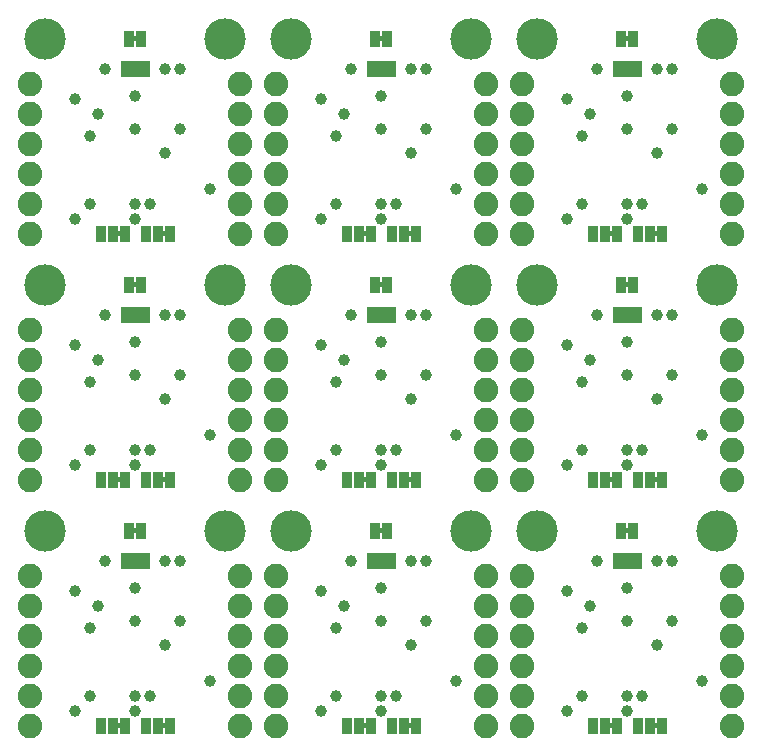
<source format=gbs>
G75*
%MOIN*%
%OFA0B0*%
%FSLAX25Y25*%
%IPPOS*%
%LPD*%
%AMOC8*
5,1,8,0,0,1.08239X$1,22.5*
%
%ADD10C,0.13800*%
%ADD11C,0.08200*%
%ADD12R,0.03300X0.05800*%
%ADD13C,0.00500*%
%ADD14C,0.03900*%
D10*
X0015060Y0074060D03*
X0075060Y0074060D03*
X0097060Y0074060D03*
X0157060Y0074060D03*
X0179060Y0074060D03*
X0239060Y0074060D03*
X0239060Y0156060D03*
X0179060Y0156060D03*
X0157060Y0156060D03*
X0097060Y0156060D03*
X0075060Y0156060D03*
X0015060Y0156060D03*
X0015060Y0238060D03*
X0075060Y0238060D03*
X0097060Y0238060D03*
X0157060Y0238060D03*
X0179060Y0238060D03*
X0239060Y0238060D03*
D11*
X0010060Y0009060D03*
X0010060Y0019060D03*
X0010060Y0029060D03*
X0010060Y0039060D03*
X0010060Y0049060D03*
X0010060Y0059060D03*
X0010060Y0091060D03*
X0010060Y0101060D03*
X0010060Y0111060D03*
X0010060Y0121060D03*
X0010060Y0131060D03*
X0010060Y0141060D03*
X0010060Y0173060D03*
X0010060Y0183060D03*
X0010060Y0193060D03*
X0010060Y0203060D03*
X0010060Y0213060D03*
X0010060Y0223060D03*
X0080060Y0223060D03*
X0080060Y0213060D03*
X0080060Y0203060D03*
X0080060Y0193060D03*
X0080060Y0183060D03*
X0080060Y0173060D03*
X0092060Y0173060D03*
X0092060Y0183060D03*
X0092060Y0193060D03*
X0092060Y0203060D03*
X0092060Y0213060D03*
X0092060Y0223060D03*
X0162060Y0223060D03*
X0162060Y0213060D03*
X0162060Y0203060D03*
X0162060Y0193060D03*
X0162060Y0183060D03*
X0162060Y0173060D03*
X0174060Y0173060D03*
X0174060Y0183060D03*
X0174060Y0193060D03*
X0174060Y0203060D03*
X0174060Y0213060D03*
X0174060Y0223060D03*
X0244060Y0223060D03*
X0244060Y0213060D03*
X0244060Y0203060D03*
X0244060Y0193060D03*
X0244060Y0183060D03*
X0244060Y0173060D03*
X0244060Y0141060D03*
X0244060Y0131060D03*
X0244060Y0121060D03*
X0244060Y0111060D03*
X0244060Y0101060D03*
X0244060Y0091060D03*
X0244060Y0059060D03*
X0244060Y0049060D03*
X0244060Y0039060D03*
X0244060Y0029060D03*
X0244060Y0019060D03*
X0244060Y0009060D03*
X0174060Y0009060D03*
X0174060Y0019060D03*
X0174060Y0029060D03*
X0174060Y0039060D03*
X0174060Y0049060D03*
X0174060Y0059060D03*
X0162060Y0059060D03*
X0162060Y0049060D03*
X0162060Y0039060D03*
X0162060Y0029060D03*
X0162060Y0019060D03*
X0162060Y0009060D03*
X0092060Y0009060D03*
X0092060Y0019060D03*
X0092060Y0029060D03*
X0092060Y0039060D03*
X0092060Y0049060D03*
X0092060Y0059060D03*
X0080060Y0059060D03*
X0080060Y0049060D03*
X0080060Y0039060D03*
X0080060Y0029060D03*
X0080060Y0019060D03*
X0080060Y0009060D03*
X0080060Y0091060D03*
X0080060Y0101060D03*
X0080060Y0111060D03*
X0080060Y0121060D03*
X0080060Y0131060D03*
X0080060Y0141060D03*
X0092060Y0141060D03*
X0092060Y0131060D03*
X0092060Y0121060D03*
X0092060Y0111060D03*
X0092060Y0101060D03*
X0092060Y0091060D03*
X0162060Y0091060D03*
X0162060Y0101060D03*
X0162060Y0111060D03*
X0162060Y0121060D03*
X0162060Y0131060D03*
X0162060Y0141060D03*
X0174060Y0141060D03*
X0174060Y0131060D03*
X0174060Y0121060D03*
X0174060Y0111060D03*
X0174060Y0101060D03*
X0174060Y0091060D03*
D12*
X0197560Y0091060D03*
X0201560Y0091060D03*
X0205560Y0091060D03*
X0212560Y0091060D03*
X0216560Y0091060D03*
X0220560Y0091060D03*
X0211060Y0074060D03*
X0207060Y0074060D03*
X0205860Y0064060D03*
X0209060Y0064060D03*
X0212260Y0064060D03*
X0212560Y0009060D03*
X0216560Y0009060D03*
X0220560Y0009060D03*
X0205560Y0009060D03*
X0201560Y0009060D03*
X0197560Y0009060D03*
X0138560Y0009060D03*
X0134560Y0009060D03*
X0130560Y0009060D03*
X0123560Y0009060D03*
X0119560Y0009060D03*
X0115560Y0009060D03*
X0123860Y0064060D03*
X0127060Y0064060D03*
X0130260Y0064060D03*
X0129060Y0074060D03*
X0125060Y0074060D03*
X0123560Y0091060D03*
X0119560Y0091060D03*
X0115560Y0091060D03*
X0130560Y0091060D03*
X0134560Y0091060D03*
X0138560Y0091060D03*
X0130260Y0146060D03*
X0127060Y0146060D03*
X0123860Y0146060D03*
X0125060Y0156060D03*
X0129060Y0156060D03*
X0130560Y0173060D03*
X0134560Y0173060D03*
X0138560Y0173060D03*
X0123560Y0173060D03*
X0119560Y0173060D03*
X0115560Y0173060D03*
X0123860Y0228060D03*
X0127060Y0228060D03*
X0130260Y0228060D03*
X0129060Y0238060D03*
X0125060Y0238060D03*
X0056560Y0173060D03*
X0052560Y0173060D03*
X0048560Y0173060D03*
X0041560Y0173060D03*
X0037560Y0173060D03*
X0033560Y0173060D03*
X0043060Y0156060D03*
X0047060Y0156060D03*
X0048260Y0146060D03*
X0045060Y0146060D03*
X0041860Y0146060D03*
X0041560Y0091060D03*
X0037560Y0091060D03*
X0033560Y0091060D03*
X0048560Y0091060D03*
X0052560Y0091060D03*
X0056560Y0091060D03*
X0047060Y0074060D03*
X0043060Y0074060D03*
X0041860Y0064060D03*
X0045060Y0064060D03*
X0048260Y0064060D03*
X0048560Y0009060D03*
X0052560Y0009060D03*
X0056560Y0009060D03*
X0041560Y0009060D03*
X0037560Y0009060D03*
X0033560Y0009060D03*
X0205860Y0146060D03*
X0209060Y0146060D03*
X0212260Y0146060D03*
X0211060Y0156060D03*
X0207060Y0156060D03*
X0205560Y0173060D03*
X0201560Y0173060D03*
X0197560Y0173060D03*
X0212560Y0173060D03*
X0216560Y0173060D03*
X0220560Y0173060D03*
X0212260Y0228060D03*
X0209060Y0228060D03*
X0205860Y0228060D03*
X0207060Y0238060D03*
X0211060Y0238060D03*
X0048260Y0228060D03*
X0045060Y0228060D03*
X0041860Y0228060D03*
X0043060Y0238060D03*
X0047060Y0238060D03*
D13*
X0045810Y0237862D02*
X0044310Y0237862D01*
X0044310Y0237560D02*
X0044310Y0238560D01*
X0045810Y0238560D01*
X0045810Y0237560D01*
X0044310Y0237560D01*
X0044310Y0238360D02*
X0045810Y0238360D01*
X0040310Y0173560D02*
X0038810Y0173560D01*
X0038810Y0172560D01*
X0040310Y0172560D01*
X0040310Y0173560D01*
X0040310Y0173554D02*
X0038810Y0173554D01*
X0038810Y0173055D02*
X0040310Y0173055D01*
X0053810Y0173055D02*
X0055310Y0173055D01*
X0055310Y0172560D02*
X0055310Y0173560D01*
X0053810Y0173560D01*
X0053810Y0172560D01*
X0055310Y0172560D01*
X0055310Y0173554D02*
X0053810Y0173554D01*
X0045810Y0156560D02*
X0044310Y0156560D01*
X0044310Y0155560D01*
X0045810Y0155560D01*
X0045810Y0156560D01*
X0045810Y0156106D02*
X0044310Y0156106D01*
X0044310Y0155607D02*
X0045810Y0155607D01*
X0040310Y0091560D02*
X0038810Y0091560D01*
X0038810Y0090560D01*
X0040310Y0090560D01*
X0040310Y0091560D01*
X0040310Y0091299D02*
X0038810Y0091299D01*
X0038810Y0090801D02*
X0040310Y0090801D01*
X0053810Y0090801D02*
X0055310Y0090801D01*
X0055310Y0090560D02*
X0055310Y0091560D01*
X0053810Y0091560D01*
X0053810Y0090560D01*
X0055310Y0090560D01*
X0055310Y0091299D02*
X0053810Y0091299D01*
X0045810Y0074560D02*
X0044310Y0074560D01*
X0044310Y0073560D01*
X0045810Y0073560D01*
X0045810Y0074560D01*
X0045810Y0074350D02*
X0044310Y0074350D01*
X0044310Y0073852D02*
X0045810Y0073852D01*
X0040310Y0009560D02*
X0038810Y0009560D01*
X0038810Y0008560D01*
X0040310Y0008560D01*
X0040310Y0009560D01*
X0040310Y0009544D02*
X0038810Y0009544D01*
X0038810Y0009045D02*
X0040310Y0009045D01*
X0053810Y0009045D02*
X0055310Y0009045D01*
X0055310Y0008560D02*
X0055310Y0009560D01*
X0053810Y0009560D01*
X0053810Y0008560D01*
X0055310Y0008560D01*
X0055310Y0009544D02*
X0053810Y0009544D01*
X0120810Y0009544D02*
X0122310Y0009544D01*
X0122310Y0009560D02*
X0120810Y0009560D01*
X0120810Y0008560D01*
X0122310Y0008560D01*
X0122310Y0009560D01*
X0122310Y0009045D02*
X0120810Y0009045D01*
X0135810Y0009045D02*
X0137310Y0009045D01*
X0137310Y0008560D02*
X0137310Y0009560D01*
X0135810Y0009560D01*
X0135810Y0008560D01*
X0137310Y0008560D01*
X0137310Y0009544D02*
X0135810Y0009544D01*
X0127810Y0073560D02*
X0127810Y0074560D01*
X0126310Y0074560D01*
X0126310Y0073560D01*
X0127810Y0073560D01*
X0127810Y0073852D02*
X0126310Y0073852D01*
X0126310Y0074350D02*
X0127810Y0074350D01*
X0122310Y0090560D02*
X0120810Y0090560D01*
X0120810Y0091560D01*
X0122310Y0091560D01*
X0122310Y0090560D01*
X0122310Y0090801D02*
X0120810Y0090801D01*
X0120810Y0091299D02*
X0122310Y0091299D01*
X0135810Y0091299D02*
X0137310Y0091299D01*
X0137310Y0091560D02*
X0135810Y0091560D01*
X0135810Y0090560D01*
X0137310Y0090560D01*
X0137310Y0091560D01*
X0137310Y0090801D02*
X0135810Y0090801D01*
X0127810Y0155560D02*
X0127810Y0156560D01*
X0126310Y0156560D01*
X0126310Y0155560D01*
X0127810Y0155560D01*
X0127810Y0155607D02*
X0126310Y0155607D01*
X0126310Y0156106D02*
X0127810Y0156106D01*
X0122310Y0172560D02*
X0120810Y0172560D01*
X0120810Y0173560D01*
X0122310Y0173560D01*
X0122310Y0172560D01*
X0122310Y0173055D02*
X0120810Y0173055D01*
X0120810Y0173554D02*
X0122310Y0173554D01*
X0135810Y0173560D02*
X0135810Y0172560D01*
X0137310Y0172560D01*
X0137310Y0173560D01*
X0135810Y0173560D01*
X0135810Y0173554D02*
X0137310Y0173554D01*
X0137310Y0173055D02*
X0135810Y0173055D01*
X0127810Y0237560D02*
X0127810Y0238560D01*
X0126310Y0238560D01*
X0126310Y0237560D01*
X0127810Y0237560D01*
X0127810Y0237862D02*
X0126310Y0237862D01*
X0126310Y0238360D02*
X0127810Y0238360D01*
X0202810Y0173560D02*
X0202810Y0172560D01*
X0204310Y0172560D01*
X0204310Y0173560D01*
X0202810Y0173560D01*
X0202810Y0173554D02*
X0204310Y0173554D01*
X0204310Y0173055D02*
X0202810Y0173055D01*
X0217810Y0173055D02*
X0219310Y0173055D01*
X0219310Y0172560D02*
X0219310Y0173560D01*
X0217810Y0173560D01*
X0217810Y0172560D01*
X0219310Y0172560D01*
X0219310Y0173554D02*
X0217810Y0173554D01*
X0209810Y0156560D02*
X0208310Y0156560D01*
X0208310Y0155560D01*
X0209810Y0155560D01*
X0209810Y0156560D01*
X0209810Y0156106D02*
X0208310Y0156106D01*
X0208310Y0155607D02*
X0209810Y0155607D01*
X0204310Y0091560D02*
X0202810Y0091560D01*
X0202810Y0090560D01*
X0204310Y0090560D01*
X0204310Y0091560D01*
X0204310Y0091299D02*
X0202810Y0091299D01*
X0202810Y0090801D02*
X0204310Y0090801D01*
X0217810Y0090801D02*
X0219310Y0090801D01*
X0219310Y0090560D02*
X0219310Y0091560D01*
X0217810Y0091560D01*
X0217810Y0090560D01*
X0219310Y0090560D01*
X0219310Y0091299D02*
X0217810Y0091299D01*
X0209810Y0074560D02*
X0208310Y0074560D01*
X0208310Y0073560D01*
X0209810Y0073560D01*
X0209810Y0074560D01*
X0209810Y0074350D02*
X0208310Y0074350D01*
X0208310Y0073852D02*
X0209810Y0073852D01*
X0204310Y0009560D02*
X0202810Y0009560D01*
X0202810Y0008560D01*
X0204310Y0008560D01*
X0204310Y0009560D01*
X0204310Y0009544D02*
X0202810Y0009544D01*
X0202810Y0009045D02*
X0204310Y0009045D01*
X0217810Y0009045D02*
X0219310Y0009045D01*
X0219310Y0008560D02*
X0219310Y0009560D01*
X0217810Y0009560D01*
X0217810Y0008560D01*
X0219310Y0008560D01*
X0219310Y0009544D02*
X0217810Y0009544D01*
X0209810Y0237560D02*
X0208310Y0237560D01*
X0208310Y0238560D01*
X0209810Y0238560D01*
X0209810Y0237560D01*
X0209810Y0237862D02*
X0208310Y0237862D01*
X0208310Y0238360D02*
X0209810Y0238360D01*
D14*
X0219060Y0228060D03*
X0224060Y0228060D03*
X0209060Y0219060D03*
X0209060Y0208060D03*
X0219060Y0200060D03*
X0224060Y0208060D03*
X0234060Y0188060D03*
X0214060Y0183060D03*
X0209060Y0183060D03*
X0209060Y0178060D03*
X0194060Y0183060D03*
X0189060Y0178060D03*
X0194060Y0205560D03*
X0196560Y0213060D03*
X0189060Y0218060D03*
X0199060Y0228060D03*
X0152060Y0188060D03*
X0137060Y0200060D03*
X0142060Y0208060D03*
X0127060Y0208060D03*
X0127060Y0219060D03*
X0137060Y0228060D03*
X0142060Y0228060D03*
X0117060Y0228060D03*
X0107060Y0218060D03*
X0114560Y0213060D03*
X0112060Y0205560D03*
X0112060Y0183060D03*
X0107060Y0178060D03*
X0127060Y0178060D03*
X0127060Y0183060D03*
X0132060Y0183060D03*
X0137060Y0146060D03*
X0142060Y0146060D03*
X0127060Y0137060D03*
X0127060Y0126060D03*
X0137060Y0118060D03*
X0142060Y0126060D03*
X0152060Y0106060D03*
X0132060Y0101060D03*
X0127060Y0101060D03*
X0127060Y0096060D03*
X0112060Y0101060D03*
X0107060Y0096060D03*
X0112060Y0123560D03*
X0114560Y0131060D03*
X0107060Y0136060D03*
X0117060Y0146060D03*
X0070060Y0106060D03*
X0055060Y0118060D03*
X0060060Y0126060D03*
X0045060Y0126060D03*
X0045060Y0137060D03*
X0055060Y0146060D03*
X0060060Y0146060D03*
X0035060Y0146060D03*
X0025060Y0136060D03*
X0032560Y0131060D03*
X0030060Y0123560D03*
X0030060Y0101060D03*
X0025060Y0096060D03*
X0045060Y0096060D03*
X0045060Y0101060D03*
X0050060Y0101060D03*
X0055060Y0064060D03*
X0060060Y0064060D03*
X0045060Y0055060D03*
X0045060Y0044060D03*
X0055060Y0036060D03*
X0060060Y0044060D03*
X0070060Y0024060D03*
X0050060Y0019060D03*
X0045060Y0019060D03*
X0045060Y0014060D03*
X0030060Y0019060D03*
X0025060Y0014060D03*
X0030060Y0041560D03*
X0032560Y0049060D03*
X0025060Y0054060D03*
X0035060Y0064060D03*
X0107060Y0054060D03*
X0114560Y0049060D03*
X0112060Y0041560D03*
X0127060Y0044060D03*
X0127060Y0055060D03*
X0137060Y0064060D03*
X0142060Y0064060D03*
X0142060Y0044060D03*
X0137060Y0036060D03*
X0152060Y0024060D03*
X0132060Y0019060D03*
X0127060Y0019060D03*
X0127060Y0014060D03*
X0112060Y0019060D03*
X0107060Y0014060D03*
X0117060Y0064060D03*
X0189060Y0054060D03*
X0196560Y0049060D03*
X0194060Y0041560D03*
X0209060Y0044060D03*
X0209060Y0055060D03*
X0219060Y0064060D03*
X0224060Y0064060D03*
X0224060Y0044060D03*
X0219060Y0036060D03*
X0234060Y0024060D03*
X0214060Y0019060D03*
X0209060Y0019060D03*
X0209060Y0014060D03*
X0194060Y0019060D03*
X0189060Y0014060D03*
X0199060Y0064060D03*
X0209060Y0096060D03*
X0209060Y0101060D03*
X0214060Y0101060D03*
X0219060Y0118060D03*
X0224060Y0126060D03*
X0209060Y0126060D03*
X0209060Y0137060D03*
X0219060Y0146060D03*
X0224060Y0146060D03*
X0199060Y0146060D03*
X0189060Y0136060D03*
X0196560Y0131060D03*
X0194060Y0123560D03*
X0194060Y0101060D03*
X0189060Y0096060D03*
X0234060Y0106060D03*
X0070060Y0188060D03*
X0055060Y0200060D03*
X0060060Y0208060D03*
X0045060Y0208060D03*
X0045060Y0219060D03*
X0055060Y0228060D03*
X0060060Y0228060D03*
X0035060Y0228060D03*
X0025060Y0218060D03*
X0032560Y0213060D03*
X0030060Y0205560D03*
X0030060Y0183060D03*
X0025060Y0178060D03*
X0045060Y0178060D03*
X0045060Y0183060D03*
X0050060Y0183060D03*
M02*

</source>
